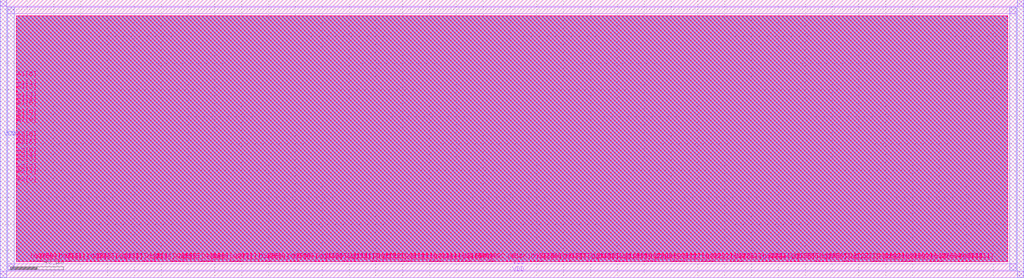
<source format=lef>
VERSION 5.6 ;
BUSBITCHARS "[]" ;
DIVIDERCHAR "/" ;

MACRO MEM2_512X32
  CLASS BLOCK ;
  ORIGIN 0 0 ;
  FOREIGN MEM2_512X32 0 0 ;
  SIZE 763.02 BY 207.2 ;
  SYMMETRY X Y R90 ;
  PIN A1[0]
    DIRECTION INPUT ;
    USE SIGNAL ;
    PORT
      LAYER Metal5 ;
        RECT 12 147.55 12.66 148.21 ;
      LAYER Metal6 ;
        RECT 12 147.55 12.66 148.21 ;
      LAYER Metal3 ;
        RECT 12 147.55 12.66 148.21 ;
      LAYER Metal4 ;
        RECT 12 147.55 12.66 148.21 ;
    END
  END A1[0]
  PIN A1[1]
    DIRECTION INPUT ;
    USE SIGNAL ;
    PORT
      LAYER Metal5 ;
        RECT 12 141.43 12.66 142.09 ;
      LAYER Metal6 ;
        RECT 12 141.43 12.66 142.09 ;
      LAYER Metal3 ;
        RECT 12 141.43 12.66 142.09 ;
      LAYER Metal4 ;
        RECT 12 141.43 12.66 142.09 ;
    END
  END A1[1]
  PIN A1[2]
    DIRECTION INPUT ;
    USE SIGNAL ;
    PORT
      LAYER Metal5 ;
        RECT 12 138.33 12.66 138.99 ;
      LAYER Metal6 ;
        RECT 12 138.33 12.66 138.99 ;
      LAYER Metal3 ;
        RECT 12 138.33 12.66 138.99 ;
      LAYER Metal4 ;
        RECT 12 138.33 12.66 138.99 ;
    END
  END A1[2]
  PIN A1[3]
    DIRECTION INPUT ;
    USE SIGNAL ;
    PORT
      LAYER Metal5 ;
        RECT 12 132.21 12.66 132.87 ;
      LAYER Metal6 ;
        RECT 12 132.21 12.66 132.87 ;
      LAYER Metal3 ;
        RECT 12 132.21 12.66 132.87 ;
      LAYER Metal4 ;
        RECT 12 132.21 12.66 132.87 ;
    END
  END A1[3]
  PIN A1[4]
    DIRECTION INPUT ;
    USE SIGNAL ;
    PORT
      LAYER Metal5 ;
        RECT 12 129.19 12.66 129.85 ;
      LAYER Metal6 ;
        RECT 12 129.19 12.66 129.85 ;
      LAYER Metal3 ;
        RECT 12 129.19 12.66 129.85 ;
      LAYER Metal4 ;
        RECT 12 129.19 12.66 129.85 ;
    END
  END A1[4]
  PIN A1[5]
    DIRECTION INPUT ;
    USE SIGNAL ;
    PORT
      LAYER Metal5 ;
        RECT 12 126.09 12.66 126.75 ;
      LAYER Metal6 ;
        RECT 12 126.09 12.66 126.75 ;
      LAYER Metal3 ;
        RECT 12 126.09 12.66 126.75 ;
      LAYER Metal4 ;
        RECT 12 126.09 12.66 126.75 ;
    END
  END A1[5]
  PIN A1[6]
    DIRECTION INPUT ;
    USE SIGNAL ;
    PORT
      LAYER Metal5 ;
        RECT 12 119.97 12.66 120.63 ;
      LAYER Metal6 ;
        RECT 12 119.97 12.66 120.63 ;
      LAYER Metal3 ;
        RECT 12 119.97 12.66 120.63 ;
      LAYER Metal4 ;
        RECT 12 119.97 12.66 120.63 ;
    END
  END A1[6]
  PIN A1[7]
    DIRECTION INPUT ;
    USE SIGNAL ;
    PORT
      LAYER Metal5 ;
        RECT 12 116.95 12.66 117.61 ;
      LAYER Metal6 ;
        RECT 12 116.95 12.66 117.61 ;
      LAYER Metal3 ;
        RECT 12 116.95 12.66 117.61 ;
      LAYER Metal4 ;
        RECT 12 116.95 12.66 117.61 ;
    END
  END A1[7]
  PIN A1[8]
    DIRECTION INPUT ;
    USE SIGNAL ;
    PORT
      LAYER Metal5 ;
        RECT 12 113.85 12.66 114.51 ;
      LAYER Metal6 ;
        RECT 12 113.85 12.66 114.51 ;
      LAYER Metal3 ;
        RECT 12 113.85 12.66 114.51 ;
      LAYER Metal4 ;
        RECT 12 113.85 12.66 114.51 ;
    END
  END A1[8]
  PIN A2[0]
    DIRECTION INPUT ;
    USE SIGNAL ;
    PORT
      LAYER Metal5 ;
        RECT 12 69.29 12.66 69.95 ;
      LAYER Metal6 ;
        RECT 12 69.29 12.66 69.95 ;
      LAYER Metal3 ;
        RECT 12 69.29 12.66 69.95 ;
      LAYER Metal4 ;
        RECT 12 69.29 12.66 69.95 ;
    END
  END A2[0]
  PIN A2[1]
    DIRECTION INPUT ;
    USE SIGNAL ;
    PORT
      LAYER Metal5 ;
        RECT 12 75.41 12.66 76.07 ;
      LAYER Metal6 ;
        RECT 12 75.41 12.66 76.07 ;
      LAYER Metal3 ;
        RECT 12 75.41 12.66 76.07 ;
      LAYER Metal4 ;
        RECT 12 75.41 12.66 76.07 ;
    END
  END A2[1]
  PIN A2[2]
    DIRECTION INPUT ;
    USE SIGNAL ;
    PORT
      LAYER Metal5 ;
        RECT 12 78.51 12.66 79.17 ;
      LAYER Metal6 ;
        RECT 12 78.51 12.66 79.17 ;
      LAYER Metal3 ;
        RECT 12 78.51 12.66 79.17 ;
      LAYER Metal4 ;
        RECT 12 78.51 12.66 79.17 ;
    END
  END A2[2]
  PIN A2[3]
    DIRECTION INPUT ;
    USE SIGNAL ;
    PORT
      LAYER Metal5 ;
        RECT 12 84.63 12.66 85.29 ;
      LAYER Metal6 ;
        RECT 12 84.63 12.66 85.29 ;
      LAYER Metal3 ;
        RECT 12 84.63 12.66 85.29 ;
      LAYER Metal4 ;
        RECT 12 84.63 12.66 85.29 ;
    END
  END A2[3]
  PIN A2[4]
    DIRECTION INPUT ;
    USE SIGNAL ;
    PORT
      LAYER Metal5 ;
        RECT 12 87.65 12.66 88.31 ;
      LAYER Metal6 ;
        RECT 12 87.65 12.66 88.31 ;
      LAYER Metal3 ;
        RECT 12 87.65 12.66 88.31 ;
      LAYER Metal4 ;
        RECT 12 87.65 12.66 88.31 ;
    END
  END A2[4]
  PIN A2[5]
    DIRECTION INPUT ;
    USE SIGNAL ;
    PORT
      LAYER Metal5 ;
        RECT 12 90.75 12.66 91.41 ;
      LAYER Metal6 ;
        RECT 12 90.75 12.66 91.41 ;
      LAYER Metal3 ;
        RECT 12 90.75 12.66 91.41 ;
      LAYER Metal4 ;
        RECT 12 90.75 12.66 91.41 ;
    END
  END A2[5]
  PIN A2[6]
    DIRECTION INPUT ;
    USE SIGNAL ;
    PORT
      LAYER Metal5 ;
        RECT 12 96.87 12.66 97.53 ;
      LAYER Metal6 ;
        RECT 12 96.87 12.66 97.53 ;
      LAYER Metal3 ;
        RECT 12 96.87 12.66 97.53 ;
      LAYER Metal4 ;
        RECT 12 96.87 12.66 97.53 ;
    END
  END A2[6]
  PIN A2[7]
    DIRECTION INPUT ;
    USE SIGNAL ;
    PORT
      LAYER Metal5 ;
        RECT 12 99.89 12.66 100.55 ;
      LAYER Metal6 ;
        RECT 12 99.89 12.66 100.55 ;
      LAYER Metal3 ;
        RECT 12 99.89 12.66 100.55 ;
      LAYER Metal4 ;
        RECT 12 99.89 12.66 100.55 ;
    END
  END A2[7]
  PIN A2[8]
    DIRECTION INPUT ;
    USE SIGNAL ;
    PORT
      LAYER Metal5 ;
        RECT 12 102.99 12.66 103.65 ;
      LAYER Metal6 ;
        RECT 12 102.99 12.66 103.65 ;
      LAYER Metal3 ;
        RECT 12 102.99 12.66 103.65 ;
      LAYER Metal4 ;
        RECT 12 102.99 12.66 103.65 ;
    END
  END A2[8]
  PIN CE1
    DIRECTION INPUT ;
    USE SIGNAL ;
    PORT
      LAYER Metal5 ;
        RECT 377.5 12.00 378.16 12.66 ;
      LAYER Metal6 ;
        RECT 377.5 12.00 378.16 12.66 ;
      LAYER Metal3 ;
        RECT 377.5 12.00 378.16 12.66 ;
      LAYER Metal4 ;
        RECT 377.5 12.00 378.16 12.66 ;
    END
  END CE1
  PIN CE2
    DIRECTION INPUT ;
    USE SIGNAL ;
    PORT
      LAYER Metal5 ;
        RECT 366.6 12.00 367.26 12.66 ;
      LAYER Metal6 ;
        RECT 366.6 12.00 367.26 12.66 ;
      LAYER Metal3 ;
        RECT 366.6 12.00 367.26 12.66 ;
      LAYER Metal4 ;
        RECT 366.6 12.00 367.26 12.66 ;
    END
  END CE2
  PIN CK1
    DIRECTION INPUT ;
    USE SIGNAL ;
    PORT
      LAYER Metal5 ;
        RECT 386.125 12.00 386.785 12.66 ;
      LAYER Metal6 ;
        RECT 386.125 12.00 386.785 12.66 ;
      LAYER Metal3 ;
        RECT 386.125 12.00 386.785 12.66 ;
      LAYER Metal4 ;
        RECT 386.125 12.00 386.785 12.66 ;
    END
  END CK1
  PIN CK2
    DIRECTION INPUT ;
    USE SIGNAL ;
    PORT
      LAYER Metal5 ;
        RECT 357.975 12.00 358.635 12.66 ;
      LAYER Metal6 ;
        RECT 357.975 12.00 358.635 12.66 ;
      LAYER Metal3 ;
        RECT 357.975 12.00 358.635 12.66 ;
      LAYER Metal4 ;
        RECT 357.975 12.00 358.635 12.66 ;
    END
  END CK2
  PIN D1[0]
    DIRECTION INPUT ;
    USE SIGNAL ;
    PORT
      LAYER Metal5 ;
        RECT 21.91 12.00 22.57 12.66 ;
      LAYER Metal6 ;
        RECT 21.91 12.00 22.57 12.66 ;
      LAYER Metal3 ;
        RECT 21.91 12.00 22.57 12.66 ;
      LAYER Metal4 ;
        RECT 21.91 12.00 22.57 12.66 ;
    END
  END D1[0]
  PIN D1[10]
    DIRECTION INPUT ;
    USE SIGNAL ;
    PORT
      LAYER Metal5 ;
        RECT 234.71 12.00 235.37 12.66 ;
      LAYER Metal6 ;
        RECT 234.71 12.00 235.37 12.66 ;
      LAYER Metal3 ;
        RECT 234.71 12.00 235.37 12.66 ;
      LAYER Metal4 ;
        RECT 234.71 12.00 235.37 12.66 ;
    END
  END D1[10]
  PIN D1[11]
    DIRECTION INPUT ;
    USE SIGNAL ;
    PORT
      LAYER Metal5 ;
        RECT 264.03 12.00 264.69 12.66 ;
      LAYER Metal6 ;
        RECT 264.03 12.00 264.69 12.66 ;
      LAYER Metal3 ;
        RECT 264.03 12.00 264.69 12.66 ;
      LAYER Metal4 ;
        RECT 264.03 12.00 264.69 12.66 ;
    END
  END D1[11]
  PIN D1[12]
    DIRECTION INPUT ;
    USE SIGNAL ;
    PORT
      LAYER Metal5 ;
        RECT 277.27 12.00 277.93 12.66 ;
      LAYER Metal6 ;
        RECT 277.27 12.00 277.93 12.66 ;
      LAYER Metal3 ;
        RECT 277.27 12.00 277.93 12.66 ;
      LAYER Metal4 ;
        RECT 277.27 12.00 277.93 12.66 ;
    END
  END D1[12]
  PIN D1[13]
    DIRECTION INPUT ;
    USE SIGNAL ;
    PORT
      LAYER Metal5 ;
        RECT 306.59 12.00 307.25 12.66 ;
      LAYER Metal6 ;
        RECT 306.59 12.00 307.25 12.66 ;
      LAYER Metal3 ;
        RECT 306.59 12.00 307.25 12.66 ;
      LAYER Metal4 ;
        RECT 306.59 12.00 307.25 12.66 ;
    END
  END D1[13]
  PIN D1[14]
    DIRECTION INPUT ;
    USE SIGNAL ;
    PORT
      LAYER Metal5 ;
        RECT 319.83 12.00 320.49 12.66 ;
      LAYER Metal6 ;
        RECT 319.83 12.00 320.49 12.66 ;
      LAYER Metal3 ;
        RECT 319.83 12.00 320.49 12.66 ;
      LAYER Metal4 ;
        RECT 319.83 12.00 320.49 12.66 ;
    END
  END D1[14]
  PIN D1[15]
    DIRECTION INPUT ;
    USE SIGNAL ;
    PORT
      LAYER Metal5 ;
        RECT 349.15 12.00 349.81 12.66 ;
      LAYER Metal6 ;
        RECT 349.15 12.00 349.81 12.66 ;
      LAYER Metal3 ;
        RECT 349.15 12.00 349.81 12.66 ;
      LAYER Metal4 ;
        RECT 349.15 12.00 349.81 12.66 ;
    END
  END D1[15]
  PIN D1[16]
    DIRECTION INPUT ;
    USE SIGNAL ;
    PORT
      LAYER Metal5 ;
        RECT 394.95 12.00 395.61 12.66 ;
      LAYER Metal6 ;
        RECT 394.95 12.00 395.61 12.66 ;
      LAYER Metal3 ;
        RECT 394.95 12.00 395.61 12.66 ;
      LAYER Metal4 ;
        RECT 394.95 12.00 395.61 12.66 ;
    END
  END D1[16]
  PIN D1[17]
    DIRECTION INPUT ;
    USE SIGNAL ;
    PORT
      LAYER Metal5 ;
        RECT 424.27 12.00 424.93 12.66 ;
      LAYER Metal6 ;
        RECT 424.27 12.00 424.93 12.66 ;
      LAYER Metal3 ;
        RECT 424.27 12.00 424.93 12.66 ;
      LAYER Metal4 ;
        RECT 424.27 12.00 424.93 12.66 ;
    END
  END D1[17]
  PIN D1[18]
    DIRECTION INPUT ;
    USE SIGNAL ;
    PORT
      LAYER Metal5 ;
        RECT 437.51 12.00 438.17 12.66 ;
      LAYER Metal6 ;
        RECT 437.51 12.00 438.17 12.66 ;
      LAYER Metal3 ;
        RECT 437.51 12.00 438.17 12.66 ;
      LAYER Metal4 ;
        RECT 437.51 12.00 438.17 12.66 ;
    END
  END D1[18]
  PIN D1[19]
    DIRECTION INPUT ;
    USE SIGNAL ;
    PORT
      LAYER Metal5 ;
        RECT 466.83 12.00 467.49 12.66 ;
      LAYER Metal6 ;
        RECT 466.83 12.00 467.49 12.66 ;
      LAYER Metal3 ;
        RECT 466.83 12.00 467.49 12.66 ;
      LAYER Metal4 ;
        RECT 466.83 12.00 467.49 12.66 ;
    END
  END D1[19]
  PIN D1[1]
    DIRECTION INPUT ;
    USE SIGNAL ;
    PORT
      LAYER Metal5 ;
        RECT 51.23 12.00 51.89 12.66 ;
      LAYER Metal6 ;
        RECT 51.23 12.00 51.89 12.66 ;
      LAYER Metal3 ;
        RECT 51.23 12.00 51.89 12.66 ;
      LAYER Metal4 ;
        RECT 51.23 12.00 51.89 12.66 ;
    END
  END D1[1]
  PIN D1[20]
    DIRECTION INPUT ;
    USE SIGNAL ;
    PORT
      LAYER Metal5 ;
        RECT 480.07 12.00 480.73 12.66 ;
      LAYER Metal6 ;
        RECT 480.07 12.00 480.73 12.66 ;
      LAYER Metal3 ;
        RECT 480.07 12.00 480.73 12.66 ;
      LAYER Metal4 ;
        RECT 480.07 12.00 480.73 12.66 ;
    END
  END D1[20]
  PIN D1[21]
    DIRECTION INPUT ;
    USE SIGNAL ;
    PORT
      LAYER Metal5 ;
        RECT 509.39 12.00 510.05 12.66 ;
      LAYER Metal6 ;
        RECT 509.39 12.00 510.05 12.66 ;
      LAYER Metal3 ;
        RECT 509.39 12.00 510.05 12.66 ;
      LAYER Metal4 ;
        RECT 509.39 12.00 510.05 12.66 ;
    END
  END D1[21]
  PIN D1[22]
    DIRECTION INPUT ;
    USE SIGNAL ;
    PORT
      LAYER Metal5 ;
        RECT 522.63 12.00 523.29 12.66 ;
      LAYER Metal6 ;
        RECT 522.63 12.00 523.29 12.66 ;
      LAYER Metal3 ;
        RECT 522.63 12.00 523.29 12.66 ;
      LAYER Metal4 ;
        RECT 522.63 12.00 523.29 12.66 ;
    END
  END D1[22]
  PIN D1[23]
    DIRECTION INPUT ;
    USE SIGNAL ;
    PORT
      LAYER Metal5 ;
        RECT 551.95 12.00 552.61 12.66 ;
      LAYER Metal6 ;
        RECT 551.95 12.00 552.61 12.66 ;
      LAYER Metal3 ;
        RECT 551.95 12.00 552.61 12.66 ;
      LAYER Metal4 ;
        RECT 551.95 12.00 552.61 12.66 ;
    END
  END D1[23]
  PIN D1[24]
    DIRECTION INPUT ;
    USE SIGNAL ;
    PORT
      LAYER Metal5 ;
        RECT 565.19 12.00 565.85 12.66 ;
      LAYER Metal6 ;
        RECT 565.19 12.00 565.85 12.66 ;
      LAYER Metal3 ;
        RECT 565.19 12.00 565.85 12.66 ;
      LAYER Metal4 ;
        RECT 565.19 12.00 565.85 12.66 ;
    END
  END D1[24]
  PIN D1[25]
    DIRECTION INPUT ;
    USE SIGNAL ;
    PORT
      LAYER Metal5 ;
        RECT 594.51 12.00 595.17 12.66 ;
      LAYER Metal6 ;
        RECT 594.51 12.00 595.17 12.66 ;
      LAYER Metal3 ;
        RECT 594.51 12.00 595.17 12.66 ;
      LAYER Metal4 ;
        RECT 594.51 12.00 595.17 12.66 ;
    END
  END D1[25]
  PIN D1[26]
    DIRECTION INPUT ;
    USE SIGNAL ;
    PORT
      LAYER Metal5 ;
        RECT 607.75 12.00 608.41 12.66 ;
      LAYER Metal6 ;
        RECT 607.75 12.00 608.41 12.66 ;
      LAYER Metal3 ;
        RECT 607.75 12.00 608.41 12.66 ;
      LAYER Metal4 ;
        RECT 607.75 12.00 608.41 12.66 ;
    END
  END D1[26]
  PIN D1[27]
    DIRECTION INPUT ;
    USE SIGNAL ;
    PORT
      LAYER Metal5 ;
        RECT 637.07 12.00 637.73 12.66 ;
      LAYER Metal6 ;
        RECT 637.07 12.00 637.73 12.66 ;
      LAYER Metal3 ;
        RECT 637.07 12.00 637.73 12.66 ;
      LAYER Metal4 ;
        RECT 637.07 12.00 637.73 12.66 ;
    END
  END D1[27]
  PIN D1[28]
    DIRECTION INPUT ;
    USE SIGNAL ;
    PORT
      LAYER Metal5 ;
        RECT 650.31 12.00 650.97 12.66 ;
      LAYER Metal6 ;
        RECT 650.31 12.00 650.97 12.66 ;
      LAYER Metal3 ;
        RECT 650.31 12.00 650.97 12.66 ;
      LAYER Metal4 ;
        RECT 650.31 12.00 650.97 12.66 ;
    END
  END D1[28]
  PIN D1[29]
    DIRECTION INPUT ;
    USE SIGNAL ;
    PORT
      LAYER Metal5 ;
        RECT 679.63 12.00 680.29 12.66 ;
      LAYER Metal6 ;
        RECT 679.63 12.00 680.29 12.66 ;
      LAYER Metal3 ;
        RECT 679.63 12.00 680.29 12.66 ;
      LAYER Metal4 ;
        RECT 679.63 12.00 680.29 12.66 ;
    END
  END D1[29]
  PIN D1[2]
    DIRECTION INPUT ;
    USE SIGNAL ;
    PORT
      LAYER Metal5 ;
        RECT 64.47 12.00 65.13 12.66 ;
      LAYER Metal6 ;
        RECT 64.47 12.00 65.13 12.66 ;
      LAYER Metal3 ;
        RECT 64.47 12.00 65.13 12.66 ;
      LAYER Metal4 ;
        RECT 64.47 12.00 65.13 12.66 ;
    END
  END D1[2]
  PIN D1[30]
    DIRECTION INPUT ;
    USE SIGNAL ;
    PORT
      LAYER Metal5 ;
        RECT 692.87 12.00 693.53 12.66 ;
      LAYER Metal6 ;
        RECT 692.87 12.00 693.53 12.66 ;
      LAYER Metal3 ;
        RECT 692.87 12.00 693.53 12.66 ;
      LAYER Metal4 ;
        RECT 692.87 12.00 693.53 12.66 ;
    END
  END D1[30]
  PIN D1[31]
    DIRECTION INPUT ;
    USE SIGNAL ;
    PORT
      LAYER Metal5 ;
        RECT 722.19 12.00 722.85 12.66 ;
      LAYER Metal6 ;
        RECT 722.19 12.00 722.85 12.66 ;
      LAYER Metal3 ;
        RECT 722.19 12.00 722.85 12.66 ;
      LAYER Metal4 ;
        RECT 722.19 12.00 722.85 12.66 ;
    END
  END D1[31]
  PIN D1[3]
    DIRECTION INPUT ;
    USE SIGNAL ;
    PORT
      LAYER Metal5 ;
        RECT 93.79 12.00 94.45 12.66 ;
      LAYER Metal6 ;
        RECT 93.79 12.00 94.45 12.66 ;
      LAYER Metal3 ;
        RECT 93.79 12.00 94.45 12.66 ;
      LAYER Metal4 ;
        RECT 93.79 12.00 94.45 12.66 ;
    END
  END D1[3]
  PIN D1[4]
    DIRECTION INPUT ;
    USE SIGNAL ;
    PORT
      LAYER Metal5 ;
        RECT 107.03 12.00 107.69 12.66 ;
      LAYER Metal6 ;
        RECT 107.03 12.00 107.69 12.66 ;
      LAYER Metal3 ;
        RECT 107.03 12.00 107.69 12.66 ;
      LAYER Metal4 ;
        RECT 107.03 12.00 107.69 12.66 ;
    END
  END D1[4]
  PIN D1[5]
    DIRECTION INPUT ;
    USE SIGNAL ;
    PORT
      LAYER Metal5 ;
        RECT 136.35 12.00 137.01 12.66 ;
      LAYER Metal6 ;
        RECT 136.35 12.00 137.01 12.66 ;
      LAYER Metal3 ;
        RECT 136.35 12.00 137.01 12.66 ;
      LAYER Metal4 ;
        RECT 136.35 12.00 137.01 12.66 ;
    END
  END D1[5]
  PIN D1[6]
    DIRECTION INPUT ;
    USE SIGNAL ;
    PORT
      LAYER Metal5 ;
        RECT 149.59 12.00 150.25 12.66 ;
      LAYER Metal6 ;
        RECT 149.59 12.00 150.25 12.66 ;
      LAYER Metal3 ;
        RECT 149.59 12.00 150.25 12.66 ;
      LAYER Metal4 ;
        RECT 149.59 12.00 150.25 12.66 ;
    END
  END D1[6]
  PIN D1[7]
    DIRECTION INPUT ;
    USE SIGNAL ;
    PORT
      LAYER Metal5 ;
        RECT 178.91 12.00 179.57 12.66 ;
      LAYER Metal6 ;
        RECT 178.91 12.00 179.57 12.66 ;
      LAYER Metal3 ;
        RECT 178.91 12.00 179.57 12.66 ;
      LAYER Metal4 ;
        RECT 178.91 12.00 179.57 12.66 ;
    END
  END D1[7]
  PIN D1[8]
    DIRECTION INPUT ;
    USE SIGNAL ;
    PORT
      LAYER Metal5 ;
        RECT 192.15 12.00 192.81 12.66 ;
      LAYER Metal6 ;
        RECT 192.15 12.00 192.81 12.66 ;
      LAYER Metal3 ;
        RECT 192.15 12.00 192.81 12.66 ;
      LAYER Metal4 ;
        RECT 192.15 12.00 192.81 12.66 ;
    END
  END D1[8]
  PIN D1[9]
    DIRECTION INPUT ;
    USE SIGNAL ;
    PORT
      LAYER Metal5 ;
        RECT 221.47 12.00 222.13 12.66 ;
      LAYER Metal6 ;
        RECT 221.47 12.00 222.13 12.66 ;
      LAYER Metal3 ;
        RECT 221.47 12.00 222.13 12.66 ;
      LAYER Metal4 ;
        RECT 221.47 12.00 222.13 12.66 ;
    END
  END D1[9]
  PIN D2[0]
    DIRECTION INPUT ;
    USE SIGNAL ;
    PORT
      LAYER Metal5 ;
        RECT 29.95 12.00 30.61 12.66 ;
      LAYER Metal6 ;
        RECT 29.95 12.00 30.61 12.66 ;
      LAYER Metal3 ;
        RECT 29.95 12.00 30.61 12.66 ;
      LAYER Metal4 ;
        RECT 29.95 12.00 30.61 12.66 ;
    END
  END D2[0]
  PIN D2[10]
    DIRECTION INPUT ;
    USE SIGNAL ;
    PORT
      LAYER Metal5 ;
        RECT 242.75 12.00 243.41 12.66 ;
      LAYER Metal6 ;
        RECT 242.75 12.00 243.41 12.66 ;
      LAYER Metal3 ;
        RECT 242.75 12.00 243.41 12.66 ;
      LAYER Metal4 ;
        RECT 242.75 12.00 243.41 12.66 ;
    END
  END D2[10]
  PIN D2[11]
    DIRECTION INPUT ;
    USE SIGNAL ;
    PORT
      LAYER Metal5 ;
        RECT 255.99 12.00 256.65 12.66 ;
      LAYER Metal6 ;
        RECT 255.99 12.00 256.65 12.66 ;
      LAYER Metal3 ;
        RECT 255.99 12.00 256.65 12.66 ;
      LAYER Metal4 ;
        RECT 255.99 12.00 256.65 12.66 ;
    END
  END D2[11]
  PIN D2[12]
    DIRECTION INPUT ;
    USE SIGNAL ;
    PORT
      LAYER Metal5 ;
        RECT 285.31 12.00 285.97 12.66 ;
      LAYER Metal6 ;
        RECT 285.31 12.00 285.97 12.66 ;
      LAYER Metal3 ;
        RECT 285.31 12.00 285.97 12.66 ;
      LAYER Metal4 ;
        RECT 285.31 12.00 285.97 12.66 ;
    END
  END D2[12]
  PIN D2[13]
    DIRECTION INPUT ;
    USE SIGNAL ;
    PORT
      LAYER Metal5 ;
        RECT 298.55 12.00 299.21 12.66 ;
      LAYER Metal6 ;
        RECT 298.55 12.00 299.21 12.66 ;
      LAYER Metal3 ;
        RECT 298.55 12.00 299.21 12.66 ;
      LAYER Metal4 ;
        RECT 298.55 12.00 299.21 12.66 ;
    END
  END D2[13]
  PIN D2[14]
    DIRECTION INPUT ;
    USE SIGNAL ;
    PORT
      LAYER Metal5 ;
        RECT 327.87 12.00 328.53 12.66 ;
      LAYER Metal6 ;
        RECT 327.87 12.00 328.53 12.66 ;
      LAYER Metal3 ;
        RECT 327.87 12.00 328.53 12.66 ;
      LAYER Metal4 ;
        RECT 327.87 12.00 328.53 12.66 ;
    END
  END D2[14]
  PIN D2[15]
    DIRECTION INPUT ;
    USE SIGNAL ;
    PORT
      LAYER Metal5 ;
        RECT 341.11 12.00 341.77 12.66 ;
      LAYER Metal6 ;
        RECT 341.11 12.00 341.77 12.66 ;
      LAYER Metal3 ;
        RECT 341.11 12.00 341.77 12.66 ;
      LAYER Metal4 ;
        RECT 341.11 12.00 341.77 12.66 ;
    END
  END D2[15]
  PIN D2[16]
    DIRECTION INPUT ;
    USE SIGNAL ;
    PORT
      LAYER Metal5 ;
        RECT 402.99 12.00 403.65 12.66 ;
      LAYER Metal6 ;
        RECT 402.99 12.00 403.65 12.66 ;
      LAYER Metal3 ;
        RECT 402.99 12.00 403.65 12.66 ;
      LAYER Metal4 ;
        RECT 402.99 12.00 403.65 12.66 ;
    END
  END D2[16]
  PIN D2[17]
    DIRECTION INPUT ;
    USE SIGNAL ;
    PORT
      LAYER Metal5 ;
        RECT 416.23 12.00 416.89 12.66 ;
      LAYER Metal6 ;
        RECT 416.23 12.00 416.89 12.66 ;
      LAYER Metal3 ;
        RECT 416.23 12.00 416.89 12.66 ;
      LAYER Metal4 ;
        RECT 416.23 12.00 416.89 12.66 ;
    END
  END D2[17]
  PIN D2[18]
    DIRECTION INPUT ;
    USE SIGNAL ;
    PORT
      LAYER Metal5 ;
        RECT 445.55 12.00 446.21 12.66 ;
      LAYER Metal6 ;
        RECT 445.55 12.00 446.21 12.66 ;
      LAYER Metal3 ;
        RECT 445.55 12.00 446.21 12.66 ;
      LAYER Metal4 ;
        RECT 445.55 12.00 446.21 12.66 ;
    END
  END D2[18]
  PIN D2[19]
    DIRECTION INPUT ;
    USE SIGNAL ;
    PORT
      LAYER Metal5 ;
        RECT 458.79 12.00 459.45 12.66 ;
      LAYER Metal6 ;
        RECT 458.79 12.00 459.45 12.66 ;
      LAYER Metal3 ;
        RECT 458.79 12.00 459.45 12.66 ;
      LAYER Metal4 ;
        RECT 458.79 12.00 459.45 12.66 ;
    END
  END D2[19]
  PIN D2[1]
    DIRECTION INPUT ;
    USE SIGNAL ;
    PORT
      LAYER Metal5 ;
        RECT 43.19 12.00 43.85 12.66 ;
      LAYER Metal6 ;
        RECT 43.19 12.00 43.85 12.66 ;
      LAYER Metal3 ;
        RECT 43.19 12.00 43.85 12.66 ;
      LAYER Metal4 ;
        RECT 43.19 12.00 43.85 12.66 ;
    END
  END D2[1]
  PIN D2[20]
    DIRECTION INPUT ;
    USE SIGNAL ;
    PORT
      LAYER Metal5 ;
        RECT 488.11 12.00 488.77 12.66 ;
      LAYER Metal6 ;
        RECT 488.11 12.00 488.77 12.66 ;
      LAYER Metal3 ;
        RECT 488.11 12.00 488.77 12.66 ;
      LAYER Metal4 ;
        RECT 488.11 12.00 488.77 12.66 ;
    END
  END D2[20]
  PIN D2[21]
    DIRECTION INPUT ;
    USE SIGNAL ;
    PORT
      LAYER Metal5 ;
        RECT 501.35 12.00 502.01 12.66 ;
      LAYER Metal6 ;
        RECT 501.35 12.00 502.01 12.66 ;
      LAYER Metal3 ;
        RECT 501.35 12.00 502.01 12.66 ;
      LAYER Metal4 ;
        RECT 501.35 12.00 502.01 12.66 ;
    END
  END D2[21]
  PIN D2[22]
    DIRECTION INPUT ;
    USE SIGNAL ;
    PORT
      LAYER Metal5 ;
        RECT 530.67 12.00 531.33 12.66 ;
      LAYER Metal6 ;
        RECT 530.67 12.00 531.33 12.66 ;
      LAYER Metal3 ;
        RECT 530.67 12.00 531.33 12.66 ;
      LAYER Metal4 ;
        RECT 530.67 12.00 531.33 12.66 ;
    END
  END D2[22]
  PIN D2[23]
    DIRECTION INPUT ;
    USE SIGNAL ;
    PORT
      LAYER Metal5 ;
        RECT 543.91 12.00 544.57 12.66 ;
      LAYER Metal6 ;
        RECT 543.91 12.00 544.57 12.66 ;
      LAYER Metal3 ;
        RECT 543.91 12.00 544.57 12.66 ;
      LAYER Metal4 ;
        RECT 543.91 12.00 544.57 12.66 ;
    END
  END D2[23]
  PIN D2[24]
    DIRECTION INPUT ;
    USE SIGNAL ;
    PORT
      LAYER Metal5 ;
        RECT 573.23 12.00 573.89 12.66 ;
      LAYER Metal6 ;
        RECT 573.23 12.00 573.89 12.66 ;
      LAYER Metal3 ;
        RECT 573.23 12.00 573.89 12.66 ;
      LAYER Metal4 ;
        RECT 573.23 12.00 573.89 12.66 ;
    END
  END D2[24]
  PIN D2[25]
    DIRECTION INPUT ;
    USE SIGNAL ;
    PORT
      LAYER Metal5 ;
        RECT 586.47 12.00 587.13 12.66 ;
      LAYER Metal6 ;
        RECT 586.47 12.00 587.13 12.66 ;
      LAYER Metal3 ;
        RECT 586.47 12.00 587.13 12.66 ;
      LAYER Metal4 ;
        RECT 586.47 12.00 587.13 12.66 ;
    END
  END D2[25]
  PIN D2[26]
    DIRECTION INPUT ;
    USE SIGNAL ;
    PORT
      LAYER Metal5 ;
        RECT 615.79 12.00 616.45 12.66 ;
      LAYER Metal6 ;
        RECT 615.79 12.00 616.45 12.66 ;
      LAYER Metal3 ;
        RECT 615.79 12.00 616.45 12.66 ;
      LAYER Metal4 ;
        RECT 615.79 12.00 616.45 12.66 ;
    END
  END D2[26]
  PIN D2[27]
    DIRECTION INPUT ;
    USE SIGNAL ;
    PORT
      LAYER Metal5 ;
        RECT 629.03 12.00 629.69 12.66 ;
      LAYER Metal6 ;
        RECT 629.03 12.00 629.69 12.66 ;
      LAYER Metal3 ;
        RECT 629.03 12.00 629.69 12.66 ;
      LAYER Metal4 ;
        RECT 629.03 12.00 629.69 12.66 ;
    END
  END D2[27]
  PIN D2[28]
    DIRECTION INPUT ;
    USE SIGNAL ;
    PORT
      LAYER Metal5 ;
        RECT 658.35 12.00 659.01 12.66 ;
      LAYER Metal6 ;
        RECT 658.35 12.00 659.01 12.66 ;
      LAYER Metal3 ;
        RECT 658.35 12.00 659.01 12.66 ;
      LAYER Metal4 ;
        RECT 658.35 12.00 659.01 12.66 ;
    END
  END D2[28]
  PIN D2[29]
    DIRECTION INPUT ;
    USE SIGNAL ;
    PORT
      LAYER Metal5 ;
        RECT 671.59 12.00 672.25 12.66 ;
      LAYER Metal6 ;
        RECT 671.59 12.00 672.25 12.66 ;
      LAYER Metal3 ;
        RECT 671.59 12.00 672.25 12.66 ;
      LAYER Metal4 ;
        RECT 671.59 12.00 672.25 12.66 ;
    END
  END D2[29]
  PIN D2[2]
    DIRECTION INPUT ;
    USE SIGNAL ;
    PORT
      LAYER Metal5 ;
        RECT 72.51 12.00 73.17 12.66 ;
      LAYER Metal6 ;
        RECT 72.51 12.00 73.17 12.66 ;
      LAYER Metal3 ;
        RECT 72.51 12.00 73.17 12.66 ;
      LAYER Metal4 ;
        RECT 72.51 12.00 73.17 12.66 ;
    END
  END D2[2]
  PIN D2[30]
    DIRECTION INPUT ;
    USE SIGNAL ;
    PORT
      LAYER Metal5 ;
        RECT 700.91 12.00 701.57 12.66 ;
      LAYER Metal6 ;
        RECT 700.91 12.00 701.57 12.66 ;
      LAYER Metal3 ;
        RECT 700.91 12.00 701.57 12.66 ;
      LAYER Metal4 ;
        RECT 700.91 12.00 701.57 12.66 ;
    END
  END D2[30]
  PIN D2[31]
    DIRECTION INPUT ;
    USE SIGNAL ;
    PORT
      LAYER Metal5 ;
        RECT 714.15 12.00 714.81 12.66 ;
      LAYER Metal6 ;
        RECT 714.15 12.00 714.81 12.66 ;
      LAYER Metal3 ;
        RECT 714.15 12.00 714.81 12.66 ;
      LAYER Metal4 ;
        RECT 714.15 12.00 714.81 12.66 ;
    END
  END D2[31]
  PIN D2[3]
    DIRECTION INPUT ;
    USE SIGNAL ;
    PORT
      LAYER Metal5 ;
        RECT 85.75 12.00 86.41 12.66 ;
      LAYER Metal6 ;
        RECT 85.75 12.00 86.41 12.66 ;
      LAYER Metal3 ;
        RECT 85.75 12.00 86.41 12.66 ;
      LAYER Metal4 ;
        RECT 85.75 12.00 86.41 12.66 ;
    END
  END D2[3]
  PIN D2[4]
    DIRECTION INPUT ;
    USE SIGNAL ;
    PORT
      LAYER Metal5 ;
        RECT 115.07 12.00 115.73 12.66 ;
      LAYER Metal6 ;
        RECT 115.07 12.00 115.73 12.66 ;
      LAYER Metal3 ;
        RECT 115.07 12.00 115.73 12.66 ;
      LAYER Metal4 ;
        RECT 115.07 12.00 115.73 12.66 ;
    END
  END D2[4]
  PIN D2[5]
    DIRECTION INPUT ;
    USE SIGNAL ;
    PORT
      LAYER Metal5 ;
        RECT 128.31 12.00 128.97 12.66 ;
      LAYER Metal6 ;
        RECT 128.31 12.00 128.97 12.66 ;
      LAYER Metal3 ;
        RECT 128.31 12.00 128.97 12.66 ;
      LAYER Metal4 ;
        RECT 128.31 12.00 128.97 12.66 ;
    END
  END D2[5]
  PIN D2[6]
    DIRECTION INPUT ;
    USE SIGNAL ;
    PORT
      LAYER Metal5 ;
        RECT 157.63 12.00 158.29 12.66 ;
      LAYER Metal6 ;
        RECT 157.63 12.00 158.29 12.66 ;
      LAYER Metal3 ;
        RECT 157.63 12.00 158.29 12.66 ;
      LAYER Metal4 ;
        RECT 157.63 12.00 158.29 12.66 ;
    END
  END D2[6]
  PIN D2[7]
    DIRECTION INPUT ;
    USE SIGNAL ;
    PORT
      LAYER Metal5 ;
        RECT 170.87 12.00 171.53 12.66 ;
      LAYER Metal6 ;
        RECT 170.87 12.00 171.53 12.66 ;
      LAYER Metal3 ;
        RECT 170.87 12.00 171.53 12.66 ;
      LAYER Metal4 ;
        RECT 170.87 12.00 171.53 12.66 ;
    END
  END D2[7]
  PIN D2[8]
    DIRECTION INPUT ;
    USE SIGNAL ;
    PORT
      LAYER Metal5 ;
        RECT 200.19 12.00 200.85 12.66 ;
      LAYER Metal6 ;
        RECT 200.19 12.00 200.85 12.66 ;
      LAYER Metal3 ;
        RECT 200.19 12.00 200.85 12.66 ;
      LAYER Metal4 ;
        RECT 200.19 12.00 200.85 12.66 ;
    END
  END D2[8]
  PIN D2[9]
    DIRECTION INPUT ;
    USE SIGNAL ;
    PORT
      LAYER Metal5 ;
        RECT 213.43 12.00 214.09 12.66 ;
      LAYER Metal6 ;
        RECT 213.43 12.00 214.09 12.66 ;
      LAYER Metal3 ;
        RECT 213.43 12.00 214.09 12.66 ;
      LAYER Metal4 ;
        RECT 213.43 12.00 214.09 12.66 ;
    END
  END D2[9]
  PIN Q1[0]
    DIRECTION OUTPUT ;
    USE SIGNAL ;
    PORT
      LAYER Metal5 ;
        RECT 24.49 12.00 25.15 12.66 ;
      LAYER Metal6 ;
        RECT 24.49 12.00 25.15 12.66 ;
      LAYER Metal3 ;
        RECT 24.49 12.00 25.15 12.66 ;
      LAYER Metal4 ;
        RECT 24.49 12.00 25.15 12.66 ;
    END
  END Q1[0]
  PIN Q1[10]
    DIRECTION OUTPUT ;
    USE SIGNAL ;
    PORT
      LAYER Metal5 ;
        RECT 237.29 12.00 237.95 12.66 ;
      LAYER Metal6 ;
        RECT 237.29 12.00 237.95 12.66 ;
      LAYER Metal3 ;
        RECT 237.29 12.00 237.95 12.66 ;
      LAYER Metal4 ;
        RECT 237.29 12.00 237.95 12.66 ;
    END
  END Q1[10]
  PIN Q1[11]
    DIRECTION OUTPUT ;
    USE SIGNAL ;
    PORT
      LAYER Metal5 ;
        RECT 261.45 12.00 262.11 12.66 ;
      LAYER Metal6 ;
        RECT 261.45 12.00 262.11 12.66 ;
      LAYER Metal3 ;
        RECT 261.45 12.00 262.11 12.66 ;
      LAYER Metal4 ;
        RECT 261.45 12.00 262.11 12.66 ;
    END
  END Q1[11]
  PIN Q1[12]
    DIRECTION OUTPUT ;
    USE SIGNAL ;
    PORT
      LAYER Metal5 ;
        RECT 279.85 12.00 280.51 12.66 ;
      LAYER Metal6 ;
        RECT 279.85 12.00 280.51 12.66 ;
      LAYER Metal3 ;
        RECT 279.85 12.00 280.51 12.66 ;
      LAYER Metal4 ;
        RECT 279.85 12.00 280.51 12.66 ;
    END
  END Q1[12]
  PIN Q1[13]
    DIRECTION OUTPUT ;
    USE SIGNAL ;
    PORT
      LAYER Metal5 ;
        RECT 304.01 12.00 304.67 12.66 ;
      LAYER Metal6 ;
        RECT 304.01 12.00 304.67 12.66 ;
      LAYER Metal3 ;
        RECT 304.01 12.00 304.67 12.66 ;
      LAYER Metal4 ;
        RECT 304.01 12.00 304.67 12.66 ;
    END
  END Q1[13]
  PIN Q1[14]
    DIRECTION OUTPUT ;
    USE SIGNAL ;
    PORT
      LAYER Metal5 ;
        RECT 322.41 12.00 323.07 12.66 ;
      LAYER Metal6 ;
        RECT 322.41 12.00 323.07 12.66 ;
      LAYER Metal3 ;
        RECT 322.41 12.00 323.07 12.66 ;
      LAYER Metal4 ;
        RECT 322.41 12.00 323.07 12.66 ;
    END
  END Q1[14]
  PIN Q1[15]
    DIRECTION OUTPUT ;
    USE SIGNAL ;
    PORT
      LAYER Metal5 ;
        RECT 346.57 12.00 347.23 12.66 ;
      LAYER Metal6 ;
        RECT 346.57 12.00 347.23 12.66 ;
      LAYER Metal3 ;
        RECT 346.57 12.00 347.23 12.66 ;
      LAYER Metal4 ;
        RECT 346.57 12.00 347.23 12.66 ;
    END
  END Q1[15]
  PIN Q1[16]
    DIRECTION OUTPUT ;
    USE SIGNAL ;
    PORT
      LAYER Metal5 ;
        RECT 397.53 12.00 398.19 12.66 ;
      LAYER Metal6 ;
        RECT 397.53 12.00 398.19 12.66 ;
      LAYER Metal3 ;
        RECT 397.53 12.00 398.19 12.66 ;
      LAYER Metal4 ;
        RECT 397.53 12.00 398.19 12.66 ;
    END
  END Q1[16]
  PIN Q1[17]
    DIRECTION OUTPUT ;
    USE SIGNAL ;
    PORT
      LAYER Metal5 ;
        RECT 421.69 12.00 422.35 12.66 ;
      LAYER Metal6 ;
        RECT 421.69 12.00 422.35 12.66 ;
      LAYER Metal3 ;
        RECT 421.69 12.00 422.35 12.66 ;
      LAYER Metal4 ;
        RECT 421.69 12.00 422.35 12.66 ;
    END
  END Q1[17]
  PIN Q1[18]
    DIRECTION OUTPUT ;
    USE SIGNAL ;
    PORT
      LAYER Metal5 ;
        RECT 440.09 12.00 440.75 12.66 ;
      LAYER Metal6 ;
        RECT 440.09 12.00 440.75 12.66 ;
      LAYER Metal3 ;
        RECT 440.09 12.00 440.75 12.66 ;
      LAYER Metal4 ;
        RECT 440.09 12.00 440.75 12.66 ;
    END
  END Q1[18]
  PIN Q1[19]
    DIRECTION OUTPUT ;
    USE SIGNAL ;
    PORT
      LAYER Metal5 ;
        RECT 464.25 12.00 464.91 12.66 ;
      LAYER Metal6 ;
        RECT 464.25 12.00 464.91 12.66 ;
      LAYER Metal3 ;
        RECT 464.25 12.00 464.91 12.66 ;
      LAYER Metal4 ;
        RECT 464.25 12.00 464.91 12.66 ;
    END
  END Q1[19]
  PIN Q1[1]
    DIRECTION OUTPUT ;
    USE SIGNAL ;
    PORT
      LAYER Metal5 ;
        RECT 48.65 12.00 49.31 12.66 ;
      LAYER Metal6 ;
        RECT 48.65 12.00 49.31 12.66 ;
      LAYER Metal3 ;
        RECT 48.65 12.00 49.31 12.66 ;
      LAYER Metal4 ;
        RECT 48.65 12.00 49.31 12.66 ;
    END
  END Q1[1]
  PIN Q1[20]
    DIRECTION OUTPUT ;
    USE SIGNAL ;
    PORT
      LAYER Metal5 ;
        RECT 482.65 12.00 483.31 12.66 ;
      LAYER Metal6 ;
        RECT 482.65 12.00 483.31 12.66 ;
      LAYER Metal3 ;
        RECT 482.65 12.00 483.31 12.66 ;
      LAYER Metal4 ;
        RECT 482.65 12.00 483.31 12.66 ;
    END
  END Q1[20]
  PIN Q1[21]
    DIRECTION OUTPUT ;
    USE SIGNAL ;
    PORT
      LAYER Metal5 ;
        RECT 506.81 12.00 507.47 12.66 ;
      LAYER Metal6 ;
        RECT 506.81 12.00 507.47 12.66 ;
      LAYER Metal3 ;
        RECT 506.81 12.00 507.47 12.66 ;
      LAYER Metal4 ;
        RECT 506.81 12.00 507.47 12.66 ;
    END
  END Q1[21]
  PIN Q1[22]
    DIRECTION OUTPUT ;
    USE SIGNAL ;
    PORT
      LAYER Metal5 ;
        RECT 525.21 12.00 525.87 12.66 ;
      LAYER Metal6 ;
        RECT 525.21 12.00 525.87 12.66 ;
      LAYER Metal3 ;
        RECT 525.21 12.00 525.87 12.66 ;
      LAYER Metal4 ;
        RECT 525.21 12.00 525.87 12.66 ;
    END
  END Q1[22]
  PIN Q1[23]
    DIRECTION OUTPUT ;
    USE SIGNAL ;
    PORT
      LAYER Metal5 ;
        RECT 549.37 12.00 550.03 12.66 ;
      LAYER Metal6 ;
        RECT 549.37 12.00 550.03 12.66 ;
      LAYER Metal3 ;
        RECT 549.37 12.00 550.03 12.66 ;
      LAYER Metal4 ;
        RECT 549.37 12.00 550.03 12.66 ;
    END
  END Q1[23]
  PIN Q1[24]
    DIRECTION OUTPUT ;
    USE SIGNAL ;
    PORT
      LAYER Metal5 ;
        RECT 567.77 12.00 568.43 12.66 ;
      LAYER Metal6 ;
        RECT 567.77 12.00 568.43 12.66 ;
      LAYER Metal3 ;
        RECT 567.77 12.00 568.43 12.66 ;
      LAYER Metal4 ;
        RECT 567.77 12.00 568.43 12.66 ;
    END
  END Q1[24]
  PIN Q1[25]
    DIRECTION OUTPUT ;
    USE SIGNAL ;
    PORT
      LAYER Metal5 ;
        RECT 591.93 12.00 592.59 12.66 ;
      LAYER Metal6 ;
        RECT 591.93 12.00 592.59 12.66 ;
      LAYER Metal3 ;
        RECT 591.93 12.00 592.59 12.66 ;
      LAYER Metal4 ;
        RECT 591.93 12.00 592.59 12.66 ;
    END
  END Q1[25]
  PIN Q1[26]
    DIRECTION OUTPUT ;
    USE SIGNAL ;
    PORT
      LAYER Metal5 ;
        RECT 610.33 12.00 610.99 12.66 ;
      LAYER Metal6 ;
        RECT 610.33 12.00 610.99 12.66 ;
      LAYER Metal3 ;
        RECT 610.33 12.00 610.99 12.66 ;
      LAYER Metal4 ;
        RECT 610.33 12.00 610.99 12.66 ;
    END
  END Q1[26]
  PIN Q1[27]
    DIRECTION OUTPUT ;
    USE SIGNAL ;
    PORT
      LAYER Metal5 ;
        RECT 634.49 12.00 635.15 12.66 ;
      LAYER Metal6 ;
        RECT 634.49 12.00 635.15 12.66 ;
      LAYER Metal3 ;
        RECT 634.49 12.00 635.15 12.66 ;
      LAYER Metal4 ;
        RECT 634.49 12.00 635.15 12.66 ;
    END
  END Q1[27]
  PIN Q1[28]
    DIRECTION OUTPUT ;
    USE SIGNAL ;
    PORT
      LAYER Metal5 ;
        RECT 652.89 12.00 653.55 12.66 ;
      LAYER Metal6 ;
        RECT 652.89 12.00 653.55 12.66 ;
      LAYER Metal3 ;
        RECT 652.89 12.00 653.55 12.66 ;
      LAYER Metal4 ;
        RECT 652.89 12.00 653.55 12.66 ;
    END
  END Q1[28]
  PIN Q1[29]
    DIRECTION OUTPUT ;
    USE SIGNAL ;
    PORT
      LAYER Metal5 ;
        RECT 677.05 12.00 677.71 12.66 ;
      LAYER Metal6 ;
        RECT 677.05 12.00 677.71 12.66 ;
      LAYER Metal3 ;
        RECT 677.05 12.00 677.71 12.66 ;
      LAYER Metal4 ;
        RECT 677.05 12.00 677.71 12.66 ;
    END
  END Q1[29]
  PIN Q1[2]
    DIRECTION OUTPUT ;
    USE SIGNAL ;
    PORT
      LAYER Metal5 ;
        RECT 67.05 12.00 67.71 12.66 ;
      LAYER Metal6 ;
        RECT 67.05 12.00 67.71 12.66 ;
      LAYER Metal3 ;
        RECT 67.05 12.00 67.71 12.66 ;
      LAYER Metal4 ;
        RECT 67.05 12.00 67.71 12.66 ;
    END
  END Q1[2]
  PIN Q1[30]
    DIRECTION OUTPUT ;
    USE SIGNAL ;
    PORT
      LAYER Metal5 ;
        RECT 695.45 12.00 696.11 12.66 ;
      LAYER Metal6 ;
        RECT 695.45 12.00 696.11 12.66 ;
      LAYER Metal3 ;
        RECT 695.45 12.00 696.11 12.66 ;
      LAYER Metal4 ;
        RECT 695.45 12.00 696.11 12.66 ;
    END
  END Q1[30]
  PIN Q1[31]
    DIRECTION OUTPUT ;
    USE SIGNAL ;
    PORT
      LAYER Metal5 ;
        RECT 719.61 12.00 720.27 12.66 ;
      LAYER Metal6 ;
        RECT 719.61 12.00 720.27 12.66 ;
      LAYER Metal3 ;
        RECT 719.61 12.00 720.27 12.66 ;
      LAYER Metal4 ;
        RECT 719.61 12.00 720.27 12.66 ;
    END
  END Q1[31]
  PIN Q1[3]
    DIRECTION OUTPUT ;
    USE SIGNAL ;
    PORT
      LAYER Metal5 ;
        RECT 91.21 12.00 91.87 12.66 ;
      LAYER Metal6 ;
        RECT 91.21 12.00 91.87 12.66 ;
      LAYER Metal3 ;
        RECT 91.21 12.00 91.87 12.66 ;
      LAYER Metal4 ;
        RECT 91.21 12.00 91.87 12.66 ;
    END
  END Q1[3]
  PIN Q1[4]
    DIRECTION OUTPUT ;
    USE SIGNAL ;
    PORT
      LAYER Metal5 ;
        RECT 109.61 12.00 110.27 12.66 ;
      LAYER Metal6 ;
        RECT 109.61 12.00 110.27 12.66 ;
      LAYER Metal3 ;
        RECT 109.61 12.00 110.27 12.66 ;
      LAYER Metal4 ;
        RECT 109.61 12.00 110.27 12.66 ;
    END
  END Q1[4]
  PIN Q1[5]
    DIRECTION OUTPUT ;
    USE SIGNAL ;
    PORT
      LAYER Metal5 ;
        RECT 133.77 12.00 134.43 12.66 ;
      LAYER Metal6 ;
        RECT 133.77 12.00 134.43 12.66 ;
      LAYER Metal3 ;
        RECT 133.77 12.00 134.43 12.66 ;
      LAYER Metal4 ;
        RECT 133.77 12.00 134.43 12.66 ;
    END
  END Q1[5]
  PIN Q1[6]
    DIRECTION OUTPUT ;
    USE SIGNAL ;
    PORT
      LAYER Metal5 ;
        RECT 152.17 12.00 152.83 12.66 ;
      LAYER Metal6 ;
        RECT 152.17 12.00 152.83 12.66 ;
      LAYER Metal3 ;
        RECT 152.17 12.00 152.83 12.66 ;
      LAYER Metal4 ;
        RECT 152.17 12.00 152.83 12.66 ;
    END
  END Q1[6]
  PIN Q1[7]
    DIRECTION OUTPUT ;
    USE SIGNAL ;
    PORT
      LAYER Metal5 ;
        RECT 176.33 12.00 176.99 12.66 ;
      LAYER Metal6 ;
        RECT 176.33 12.00 176.99 12.66 ;
      LAYER Metal3 ;
        RECT 176.33 12.00 176.99 12.66 ;
      LAYER Metal4 ;
        RECT 176.33 12.00 176.99 12.66 ;
    END
  END Q1[7]
  PIN Q1[8]
    DIRECTION OUTPUT ;
    USE SIGNAL ;
    PORT
      LAYER Metal5 ;
        RECT 194.73 12.00 195.39 12.66 ;
      LAYER Metal6 ;
        RECT 194.73 12.00 195.39 12.66 ;
      LAYER Metal3 ;
        RECT 194.73 12.00 195.39 12.66 ;
      LAYER Metal4 ;
        RECT 194.73 12.00 195.39 12.66 ;
    END
  END Q1[8]
  PIN Q1[9]
    DIRECTION OUTPUT ;
    USE SIGNAL ;
    PORT
      LAYER Metal5 ;
        RECT 218.89 12.00 219.55 12.66 ;
      LAYER Metal6 ;
        RECT 218.89 12.00 219.55 12.66 ;
      LAYER Metal3 ;
        RECT 218.89 12.00 219.55 12.66 ;
      LAYER Metal4 ;
        RECT 218.89 12.00 219.55 12.66 ;
    END
  END Q1[9]
  PIN Q2[0]
    DIRECTION OUTPUT ;
    USE SIGNAL ;
    PORT
      LAYER Metal5 ;
        RECT 27.37 12.00 28.03 12.66 ;
      LAYER Metal6 ;
        RECT 27.37 12.00 28.03 12.66 ;
      LAYER Metal3 ;
        RECT 27.37 12.00 28.03 12.66 ;
      LAYER Metal4 ;
        RECT 27.37 12.00 28.03 12.66 ;
    END
  END Q2[0]
  PIN Q2[10]
    DIRECTION OUTPUT ;
    USE SIGNAL ;
    PORT
      LAYER Metal5 ;
        RECT 240.17 12.00 240.83 12.66 ;
      LAYER Metal6 ;
        RECT 240.17 12.00 240.83 12.66 ;
      LAYER Metal3 ;
        RECT 240.17 12.00 240.83 12.66 ;
      LAYER Metal4 ;
        RECT 240.17 12.00 240.83 12.66 ;
    END
  END Q2[10]
  PIN Q2[11]
    DIRECTION OUTPUT ;
    USE SIGNAL ;
    PORT
      LAYER Metal5 ;
        RECT 258.57 12.00 259.23 12.66 ;
      LAYER Metal6 ;
        RECT 258.57 12.00 259.23 12.66 ;
      LAYER Metal3 ;
        RECT 258.57 12.00 259.23 12.66 ;
      LAYER Metal4 ;
        RECT 258.57 12.00 259.23 12.66 ;
    END
  END Q2[11]
  PIN Q2[12]
    DIRECTION OUTPUT ;
    USE SIGNAL ;
    PORT
      LAYER Metal5 ;
        RECT 282.73 12.00 283.39 12.66 ;
      LAYER Metal6 ;
        RECT 282.73 12.00 283.39 12.66 ;
      LAYER Metal3 ;
        RECT 282.73 12.00 283.39 12.66 ;
      LAYER Metal4 ;
        RECT 282.73 12.00 283.39 12.66 ;
    END
  END Q2[12]
  PIN Q2[13]
    DIRECTION OUTPUT ;
    USE SIGNAL ;
    PORT
      LAYER Metal5 ;
        RECT 301.13 12.00 301.79 12.66 ;
      LAYER Metal6 ;
        RECT 301.13 12.00 301.79 12.66 ;
      LAYER Metal3 ;
        RECT 301.13 12.00 301.79 12.66 ;
      LAYER Metal4 ;
        RECT 301.13 12.00 301.79 12.66 ;
    END
  END Q2[13]
  PIN Q2[14]
    DIRECTION OUTPUT ;
    USE SIGNAL ;
    PORT
      LAYER Metal5 ;
        RECT 325.29 12.00 325.95 12.66 ;
      LAYER Metal6 ;
        RECT 325.29 12.00 325.95 12.66 ;
      LAYER Metal3 ;
        RECT 325.29 12.00 325.95 12.66 ;
      LAYER Metal4 ;
        RECT 325.29 12.00 325.95 12.66 ;
    END
  END Q2[14]
  PIN Q2[15]
    DIRECTION OUTPUT ;
    USE SIGNAL ;
    PORT
      LAYER Metal5 ;
        RECT 343.69 12.00 344.35 12.66 ;
      LAYER Metal6 ;
        RECT 343.69 12.00 344.35 12.66 ;
      LAYER Metal3 ;
        RECT 343.69 12.00 344.35 12.66 ;
      LAYER Metal4 ;
        RECT 343.69 12.00 344.35 12.66 ;
    END
  END Q2[15]
  PIN Q2[16]
    DIRECTION OUTPUT ;
    USE SIGNAL ;
    PORT
      LAYER Metal5 ;
        RECT 400.41 12.00 401.07 12.66 ;
      LAYER Metal6 ;
        RECT 400.41 12.00 401.07 12.66 ;
      LAYER Metal3 ;
        RECT 400.41 12.00 401.07 12.66 ;
      LAYER Metal4 ;
        RECT 400.41 12.00 401.07 12.66 ;
    END
  END Q2[16]
  PIN Q2[17]
    DIRECTION OUTPUT ;
    USE SIGNAL ;
    PORT
      LAYER Metal5 ;
        RECT 418.81 12.00 419.47 12.66 ;
      LAYER Metal6 ;
        RECT 418.81 12.00 419.47 12.66 ;
      LAYER Metal3 ;
        RECT 418.81 12.00 419.47 12.66 ;
      LAYER Metal4 ;
        RECT 418.81 12.00 419.47 12.66 ;
    END
  END Q2[17]
  PIN Q2[18]
    DIRECTION OUTPUT ;
    USE SIGNAL ;
    PORT
      LAYER Metal5 ;
        RECT 442.97 12.00 443.63 12.66 ;
      LAYER Metal6 ;
        RECT 442.97 12.00 443.63 12.66 ;
      LAYER Metal3 ;
        RECT 442.97 12.00 443.63 12.66 ;
      LAYER Metal4 ;
        RECT 442.97 12.00 443.63 12.66 ;
    END
  END Q2[18]
  PIN Q2[19]
    DIRECTION OUTPUT ;
    USE SIGNAL ;
    PORT
      LAYER Metal5 ;
        RECT 461.37 12.00 462.03 12.66 ;
      LAYER Metal6 ;
        RECT 461.37 12.00 462.03 12.66 ;
      LAYER Metal3 ;
        RECT 461.37 12.00 462.03 12.66 ;
      LAYER Metal4 ;
        RECT 461.37 12.00 462.03 12.66 ;
    END
  END Q2[19]
  PIN Q2[1]
    DIRECTION OUTPUT ;
    USE SIGNAL ;
    PORT
      LAYER Metal5 ;
        RECT 45.77 12.00 46.43 12.66 ;
      LAYER Metal6 ;
        RECT 45.77 12.00 46.43 12.66 ;
      LAYER Metal3 ;
        RECT 45.77 12.00 46.43 12.66 ;
      LAYER Metal4 ;
        RECT 45.77 12.00 46.43 12.66 ;
    END
  END Q2[1]
  PIN Q2[20]
    DIRECTION OUTPUT ;
    USE SIGNAL ;
    PORT
      LAYER Metal5 ;
        RECT 485.53 12.00 486.19 12.66 ;
      LAYER Metal6 ;
        RECT 485.53 12.00 486.19 12.66 ;
      LAYER Metal3 ;
        RECT 485.53 12.00 486.19 12.66 ;
      LAYER Metal4 ;
        RECT 485.53 12.00 486.19 12.66 ;
    END
  END Q2[20]
  PIN Q2[21]
    DIRECTION OUTPUT ;
    USE SIGNAL ;
    PORT
      LAYER Metal5 ;
        RECT 503.93 12.00 504.59 12.66 ;
      LAYER Metal6 ;
        RECT 503.93 12.00 504.59 12.66 ;
      LAYER Metal3 ;
        RECT 503.93 12.00 504.59 12.66 ;
      LAYER Metal4 ;
        RECT 503.93 12.00 504.59 12.66 ;
    END
  END Q2[21]
  PIN Q2[22]
    DIRECTION OUTPUT ;
    USE SIGNAL ;
    PORT
      LAYER Metal5 ;
        RECT 528.09 12.00 528.75 12.66 ;
      LAYER Metal6 ;
        RECT 528.09 12.00 528.75 12.66 ;
      LAYER Metal3 ;
        RECT 528.09 12.00 528.75 12.66 ;
      LAYER Metal4 ;
        RECT 528.09 12.00 528.75 12.66 ;
    END
  END Q2[22]
  PIN Q2[23]
    DIRECTION OUTPUT ;
    USE SIGNAL ;
    PORT
      LAYER Metal5 ;
        RECT 546.49 12.00 547.15 12.66 ;
      LAYER Metal6 ;
        RECT 546.49 12.00 547.15 12.66 ;
      LAYER Metal3 ;
        RECT 546.49 12.00 547.15 12.66 ;
      LAYER Metal4 ;
        RECT 546.49 12.00 547.15 12.66 ;
    END
  END Q2[23]
  PIN Q2[24]
    DIRECTION OUTPUT ;
    USE SIGNAL ;
    PORT
      LAYER Metal5 ;
        RECT 570.65 12.00 571.31 12.66 ;
      LAYER Metal6 ;
        RECT 570.65 12.00 571.31 12.66 ;
      LAYER Metal3 ;
        RECT 570.65 12.00 571.31 12.66 ;
      LAYER Metal4 ;
        RECT 570.65 12.00 571.31 12.66 ;
    END
  END Q2[24]
  PIN Q2[25]
    DIRECTION OUTPUT ;
    USE SIGNAL ;
    PORT
      LAYER Metal5 ;
        RECT 589.05 12.00 589.71 12.66 ;
      LAYER Metal6 ;
        RECT 589.05 12.00 589.71 12.66 ;
      LAYER Metal3 ;
        RECT 589.05 12.00 589.71 12.66 ;
      LAYER Metal4 ;
        RECT 589.05 12.00 589.71 12.66 ;
    END
  END Q2[25]
  PIN Q2[26]
    DIRECTION OUTPUT ;
    USE SIGNAL ;
    PORT
      LAYER Metal5 ;
        RECT 613.21 12.00 613.87 12.66 ;
      LAYER Metal6 ;
        RECT 613.21 12.00 613.87 12.66 ;
      LAYER Metal3 ;
        RECT 613.21 12.00 613.87 12.66 ;
      LAYER Metal4 ;
        RECT 613.21 12.00 613.87 12.66 ;
    END
  END Q2[26]
  PIN Q2[27]
    DIRECTION OUTPUT ;
    USE SIGNAL ;
    PORT
      LAYER Metal5 ;
        RECT 631.61 12.00 632.27 12.66 ;
      LAYER Metal6 ;
        RECT 631.61 12.00 632.27 12.66 ;
      LAYER Metal3 ;
        RECT 631.61 12.00 632.27 12.66 ;
      LAYER Metal4 ;
        RECT 631.61 12.00 632.27 12.66 ;
    END
  END Q2[27]
  PIN Q2[28]
    DIRECTION OUTPUT ;
    USE SIGNAL ;
    PORT
      LAYER Metal5 ;
        RECT 655.77 12.00 656.43 12.66 ;
      LAYER Metal6 ;
        RECT 655.77 12.00 656.43 12.66 ;
      LAYER Metal3 ;
        RECT 655.77 12.00 656.43 12.66 ;
      LAYER Metal4 ;
        RECT 655.77 12.00 656.43 12.66 ;
    END
  END Q2[28]
  PIN Q2[29]
    DIRECTION OUTPUT ;
    USE SIGNAL ;
    PORT
      LAYER Metal5 ;
        RECT 674.17 12.00 674.83 12.66 ;
      LAYER Metal6 ;
        RECT 674.17 12.00 674.83 12.66 ;
      LAYER Metal3 ;
        RECT 674.17 12.00 674.83 12.66 ;
      LAYER Metal4 ;
        RECT 674.17 12.00 674.83 12.66 ;
    END
  END Q2[29]
  PIN Q2[2]
    DIRECTION OUTPUT ;
    USE SIGNAL ;
    PORT
      LAYER Metal5 ;
        RECT 69.93 12.00 70.59 12.66 ;
      LAYER Metal6 ;
        RECT 69.93 12.00 70.59 12.66 ;
      LAYER Metal3 ;
        RECT 69.93 12.00 70.59 12.66 ;
      LAYER Metal4 ;
        RECT 69.93 12.00 70.59 12.66 ;
    END
  END Q2[2]
  PIN Q2[30]
    DIRECTION OUTPUT ;
    USE SIGNAL ;
    PORT
      LAYER Metal5 ;
        RECT 698.33 12.00 698.99 12.66 ;
      LAYER Metal6 ;
        RECT 698.33 12.00 698.99 12.66 ;
      LAYER Metal3 ;
        RECT 698.33 12.00 698.99 12.66 ;
      LAYER Metal4 ;
        RECT 698.33 12.00 698.99 12.66 ;
    END
  END Q2[30]
  PIN Q2[31]
    DIRECTION OUTPUT ;
    USE SIGNAL ;
    PORT
      LAYER Metal5 ;
        RECT 716.73 12.00 717.39 12.66 ;
      LAYER Metal6 ;
        RECT 716.73 12.00 717.39 12.66 ;
      LAYER Metal3 ;
        RECT 716.73 12.00 717.39 12.66 ;
      LAYER Metal4 ;
        RECT 716.73 12.00 717.39 12.66 ;
    END
  END Q2[31]
  PIN Q2[3]
    DIRECTION OUTPUT ;
    USE SIGNAL ;
    PORT
      LAYER Metal5 ;
        RECT 88.33 12.00 88.99 12.66 ;
      LAYER Metal6 ;
        RECT 88.33 12.00 88.99 12.66 ;
      LAYER Metal3 ;
        RECT 88.33 12.00 88.99 12.66 ;
      LAYER Metal4 ;
        RECT 88.33 12.00 88.99 12.66 ;
    END
  END Q2[3]
  PIN Q2[4]
    DIRECTION OUTPUT ;
    USE SIGNAL ;
    PORT
      LAYER Metal5 ;
        RECT 112.49 12.00 113.15 12.66 ;
      LAYER Metal6 ;
        RECT 112.49 12.00 113.15 12.66 ;
      LAYER Metal3 ;
        RECT 112.49 12.00 113.15 12.66 ;
      LAYER Metal4 ;
        RECT 112.49 12.00 113.15 12.66 ;
    END
  END Q2[4]
  PIN Q2[5]
    DIRECTION OUTPUT ;
    USE SIGNAL ;
    PORT
      LAYER Metal5 ;
        RECT 130.89 12.00 131.55 12.66 ;
      LAYER Metal6 ;
        RECT 130.89 12.00 131.55 12.66 ;
      LAYER Metal3 ;
        RECT 130.89 12.00 131.55 12.66 ;
      LAYER Metal4 ;
        RECT 130.89 12.00 131.55 12.66 ;
    END
  END Q2[5]
  PIN Q2[6]
    DIRECTION OUTPUT ;
    USE SIGNAL ;
    PORT
      LAYER Metal5 ;
        RECT 155.05 12.00 155.71 12.66 ;
      LAYER Metal6 ;
        RECT 155.05 12.00 155.71 12.66 ;
      LAYER Metal3 ;
        RECT 155.05 12.00 155.71 12.66 ;
      LAYER Metal4 ;
        RECT 155.05 12.00 155.71 12.66 ;
    END
  END Q2[6]
  PIN Q2[7]
    DIRECTION OUTPUT ;
    USE SIGNAL ;
    PORT
      LAYER Metal5 ;
        RECT 173.45 12.00 174.11 12.66 ;
      LAYER Metal6 ;
        RECT 173.45 12.00 174.11 12.66 ;
      LAYER Metal3 ;
        RECT 173.45 12.00 174.11 12.66 ;
      LAYER Metal4 ;
        RECT 173.45 12.00 174.11 12.66 ;
    END
  END Q2[7]
  PIN Q2[8]
    DIRECTION OUTPUT ;
    USE SIGNAL ;
    PORT
      LAYER Metal5 ;
        RECT 197.61 12.00 198.27 12.66 ;
      LAYER Metal6 ;
        RECT 197.61 12.00 198.27 12.66 ;
      LAYER Metal3 ;
        RECT 197.61 12.00 198.27 12.66 ;
      LAYER Metal4 ;
        RECT 197.61 12.00 198.27 12.66 ;
    END
  END Q2[8]
  PIN Q2[9]
    DIRECTION OUTPUT ;
    USE SIGNAL ;
    PORT
      LAYER Metal5 ;
        RECT 216.01 12.00 216.67 12.66 ;
      LAYER Metal6 ;
        RECT 216.01 12.00 216.67 12.66 ;
      LAYER Metal3 ;
        RECT 216.01 12.00 216.67 12.66 ;
      LAYER Metal4 ;
        RECT 216.01 12.00 216.67 12.66 ;
    END
  END Q2[9]
  PIN WE1
    DIRECTION INPUT ;
    USE SIGNAL ;
    PORT
      LAYER Metal5 ;
        RECT 379.9 12.00 380.56 12.66 ;
      LAYER Metal6 ;
        RECT 379.9 12.00 380.56 12.66 ;
      LAYER Metal3 ;
        RECT 379.9 12.00 380.56 12.66 ;
      LAYER Metal4 ;
        RECT 379.9 12.00 380.56 12.66 ;
    END
  END WE1
  PIN WE2
    DIRECTION INPUT ;
    USE SIGNAL ;
    PORT
      LAYER Metal5 ;
        RECT 364.2 12.00 364.86 12.66 ;
      LAYER Metal6 ;
        RECT 364.2 12.00 364.86 12.66 ;
      LAYER Metal3 ;
        RECT 364.2 12.00 364.86 12.66 ;
      LAYER Metal4 ;
        RECT 364.2 12.00 364.86 12.66 ;
    END
  END WE2
  PIN VDD
    DIRECTION INOUT ;
    USE POWER ;
    SHAPE RING ;
    PORT
      LAYER Metal1 ;
        RECT 0 202.2 763.02 207.2 ;
        RECT 0 0 763.02 5 ;
      LAYER Metal2 ;
        RECT 758.02 0 763.02 207.2 ;
        RECT 0 0 5 207.2 ;
    END
  END VDD
  PIN VSS
    DIRECTION INOUT ;
    USE GROUND ;
    SHAPE RING ;
    PORT
      LAYER Metal1 ;
        RECT 5.6 196.6 757.42 201.6 ;
        RECT 5.6 5.6 757.42 10.6 ;
      LAYER Metal2 ;
        RECT 752.42 5.6 757.42 201.6 ;
        RECT 5.6 5.6 10.6 201.6 ;
    END
  END VSS
  OBS
    LAYER Metal1 ;
      RECT 12 12 751.015 195.24 ;
    LAYER Metal2 ;
      RECT 12 12 751.015 195.24 ;
    LAYER Metal3 ;
      RECT 12 12 751.015 195.24 ;
    LAYER Metal4 ;
      RECT 12 12 751.015 195.24 ;
    LAYER Metal5 ;
      RECT 12 12 751.015 195.24 ;
    LAYER Metal6 ;
      RECT 12 12 751.015 195.24 ;
  END
END MEM2_512X32

END LIBRARY

</source>
